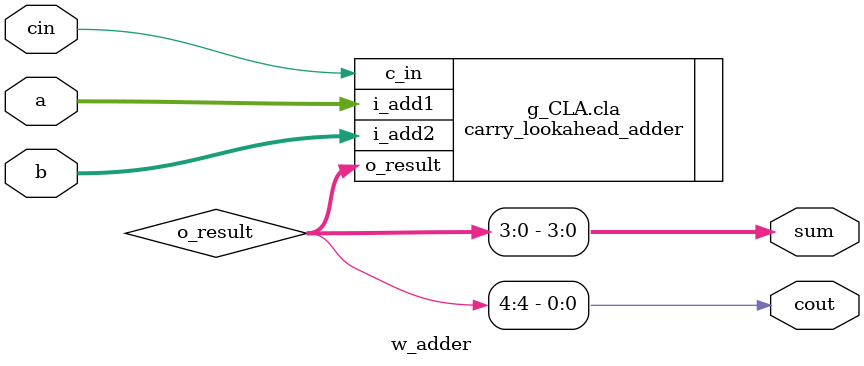
<source format=v>
module wallace_gen #(
    parameter N      =  10, // 1 N 4 input A data width N>= W
    parameter W      =   4  // 1 2 4 input B data width
)

(a, b, prod);
input  [  N-1 :0] a; 
input  [  W-1 :0] b;
output [N+W-2 :0] prod;

  generate
    //if (N == 4) begin : gen_N_4
    //   carry_save_4inputs #(W)   cs_4in (.a(a), .sum(sum), .cout(cout)  ); end
    //else
     if     ((N == 4) &  (W == 4) ) begin : gen_W
       wallace4x4      wall_m_4x4 (.a(a), .b(b), .prod(prod)  ); end
    else if ((W == 5)             ) begin : gen_W
       wallaceNx5 #(N) wall_m_Nx5 (.a(a), .b(b), .prod(prod)  ); end
    else if ((W == 4)             ) begin : gen_W
       wallaceNx4 #(N) wall_m_Nx4 (.a(a), .b(b), .prod(prod)  ); end
    else if ((W == 3)             ) begin : gen_W
       wallaceNx3 #(N) wall_m_Nx3 (.a(a), .b(b), .prod(prod)  ); end
    else if ((W == 2)             ) begin : gen_W
       wallaceNx2 #(N) wall_m_Nx2 (.a(a), .b(b), .prod(prod)  ); end
    else if (W == 1) begin : gen_N_1
       assign prod[N-1 :0] = a      &  {(N){b}};
       //assign prod[N]      = a[N-1] &       b  ;
     end

//          carry_lookahead_adder #(W+E) CLA ( .i_add1(cs_sum), .i_add2(cs_c), .o_result(cla_sum) );
//          assign sum   = cla_sum[W+E-1 :0];
//          assign cout  = cla_sum[W+E];

  endgenerate

endmodule


//////////////////////////////////////////////////////////////////////////////////
///////////////////////////////////    5    //////////////////////////////////////
//////////////////////////////////////////////////////////////////////////////////
module wallaceNx5 #(
    parameter N = 4  //    input data width
    )
    (a,b,prod);
  
    //inputs and outputs
    input [N-1:0] a;
    input [5-1:0] b;
    output[N+3  :0] prod;
    //internal variables.
    wire [N+1 :0] cla_sum;
    wire [N-1 :0] p0 , p1 , p2 , p3 , p4; // partial products
    wire [N+2 :0] pe0, pe1, pe2, pe3, pe4; // partial products with extention

    wire [N+4 :0] cs_sum, cs_cout ; 

    wire [N+4 : 0] adder_sum;


    wire [N+4  :0] test_cs_in,  test_cs_out, test_adder_out ;

//initialize the p's.
    assign  p0 = a & {N{b[0]}};
    assign  p1 = a & {N{b[1]}};
    assign  p2 = a & {N{b[2]}};
    assign  p3 = a & {N{b[3]}};
    assign  p4 = a & {N{b[4]}}; // BW

    assign  pe0 = {  {4{p0[N-1]}}, p0[N-1:1]           };
    assign  pe1 = {  {3{p1[N-1]}}, p1[N-1:0]           };
    assign  pe2 = {  {2{p2[N-1]}}, p2[N-1:0], {1'b0}   };
    assign  pe3 = {  {  p2[N-1]} , p3[N-1:0], {2'b00}  };
    assign  pe4 = {             { ~p4 }     , {3'b000} };

  assign test_cs_in[N+4 :1] = {{2{pe0[N]}},pe0} + {{2{pe1[N]}},pe1} + {{2{pe2[N]}},pe2} + {{2{pe3[N]}},pe3} + {{2{pe4[N]}},pe4} + {4'b1000};
  assign test_cs_in[0]      = p0[0];

carry_save_6inputs #(
    .W(N+3)
    ) csa (
    .a   ({{(N){1'b0}},4'b1000,pe4,pe3,pe2,pe1,pe0}),
    .sum (cs_sum ),
    .cout(cs_cout)
    );

  assign test_cs_out[N+3 :1] = cs_sum + cs_cout;
  assign test_cs_out[0]      = p0[0];

w_adder #(
    .useCLA(1'b1),
    .W     (N+5)
    ) adder (
    .a   (cs_sum [N+4 :0]  ), // MSB of  cs_sum is not in use
    .b   (cs_cout[N+4 :0]  ), // MSB of  cs_cout is not in use
    .cin ({1'b0}           ), 
    .sum (adder_sum[N+3:0] ), 
    .cout(adder_sum[N+4  ] ) ); // always 0

    assign prod[0]   = p0[0];
    assign prod[N+3:1] = adder_sum[N+3:0];


endmodule

//////////////////////////////////////////////////////////////////////////////////
///////////////////////////////////    4    //////////////////////////////////////
//////////////////////////////////////////////////////////////////////////////////
module wallaceNx4 #(
    parameter N = 4  //    input data width
    )
    (a,b,prod);
localparam BW  = 4; // width of B input   
localparam CSE = 2; // carry save bit extention
    //inputs and outputs
    input [N-1:0] a;
    input [BW-1:0] b;
    output[N+2  :0] prod;
    //internal variables.
    wire [N+1 :0] cla_sum;
    wire [N-1       :0] p0 , p1 , p2 , p3 ; // partial products
    wire [N+(BW-1)-1:0] pe0, pe1, pe2, pe3; // partial products with extention

    wire [N+4 :0] cs_sum, cs_cout ; 

    wire [N+4 : 0] adder_sum;


    wire [N+2  :0] test_cs_in,  test_cs_out, test_adder_out ;

//initialize the p's.
    assign  p0 = a & {N{b[0]}};
    assign  p1 = a & {N{b[1]}};
    assign  p2 = a & {N{b[2]}};
    assign  p3 = a & {N{b[3]}}; // BW

    assign  pe0 = {  {3{p0[N-1]}}, p0[N-1:1]          };
    assign  pe1 = {  {2{p1[N-1]}}, p1[N-1:0]          };
    assign  pe2 = {  {  p2[N-1]} , p2[N-1:0], {1'b0}  };
    assign  pe3 = {             { ~p3 }     , {2'b00} };

  assign test_cs_in[N+2 :1] = {{2{pe0[N]}},pe0} + {{2{pe1[N]}},pe1} + {{2{pe2[N]}},pe2} + {{2{pe3[N]}},pe3} + {3'b100};
  assign test_cs_in[0]      = p0[0];

carry_save_5inputs #(
    .W(N+(BW-1))
    ) csa (
    .a   ({{(N){1'b0}},3'b100,pe3,pe2,pe1,pe0}),
    .sum (cs_sum ),
    .cout(cs_cout)
    );

  assign test_cs_out[N+2 :1] = cs_sum + cs_cout;
  assign test_cs_out[0]      = p0[0];

w_adder #(
    .useCLA(1'b1),
    .W     (N+4)
    ) adder (
    .a   (cs_sum [N+3 :0]  ), // MSB of  cs_sum is not in use
    .b   (cs_cout[N+3 :0]  ), // MSB of  cs_cout is not in use
    .cin ({1'b0}           ), 
    .sum (adder_sum[N+3:0] ), 
    .cout(adder_sum[N+4  ] ) ); // always 0

    assign prod[0]   = p0[0];
    assign prod[N+2:1] = adder_sum[N+2:0];


endmodule

//////////////////////////////////////////////////////////////////////////////////
///////////////////////////////////    3    //////////////////////////////////////
//////////////////////////////////////////////////////////////////////////////////
module wallaceNx3 #(
    parameter N = 4  //    input data width
    )
    (a,b,prod);
    
    //inputs and outputs
    input [N-1:0] a;
    input [  2:0] b;
    output[N+1  :0] prod;
    //internal variables.
    wire [N+1 :0] cla_sum;
    wire [N-1:0]    p0,p1,p2;   // partial products
    wire [N  :0] pe0,pe1,pe2; // partial products with extention

    wire [N +2 :0] cs_sum, cs_cout ; 

    wire [N +2 + 1: 0] adder_sum;


    wire [N+2  :0] test_cs_in,  test_cs_out, test_adder_out ;

//initialize the p's.
    assign  p0 = a & {N{b[0]}};
    assign  p1 = a & {N{b[1]}};
    assign  p2 = a & {N{b[2]}};

    assign  pe0 = {  {2{p0[N-1]}}, p0[N-1:1]  };
    assign  pe1 = {  {p1[N-1]},    p1[N-1:0]  };
    assign  pe2 = {  {~p2},           {1'b0}  };
  assign test_cs_in[N+2 :1] = {pe0[N],pe0} + {pe1[N],pe1} + {pe2[N],pe2} +  {2'b10};
  assign test_cs_in[0]      = p0[0];

carry_save_4inputs #(
    .W(N+1)
    ) csa (
    .a   ({{(N-1){1'b0}},2'b10,pe2,pe1,pe0}),
    .sum (cs_sum ),
    .cout(cs_cout)
    );

  assign test_cs_out[N+2 :1] = cs_sum + cs_cout;
  assign test_cs_out[0]      = p0[0];

//    assign  pe0 = {  2'b01, p0[N-1] , p0[N-2:1]  };
//    assign  pe1 = {  {~p1[N-1]},    p1[N-1:0]  };
//    assign  pe2 = {  p2[N-1], {~p2[N-2:0]},     {1'b0}  };  // 
//    assign prod[N+1:1] = pe0 + pe1 + pe2 ;

/// //final product assignments    


w_adder #(
    .useCLA(1'b1),
    .W     (N+1 +2)
    ) adder (
    .a   (cs_sum     ), 
    .b   (cs_cout    ), 
    .cin ({1'b0}     ), 
    .sum (adder_sum[N +2:0] ), 
    .cout(adder_sum[N +2+1]     ) );

    assign prod[0]   = p0[0];
    assign prod[N+1:1] = adder_sum[N:0];

endmodule

//////////////////////////////////////////////////////////////////////////////////
///////////////////////////////////    2    //////////////////////////////////////
//////////////////////////////////////////////////////////////////////////////////
module wallaceNx2 #(
    parameter N = 4  //    input data width
    )
    (a,b,prod);
    
    //inputs and outputs
    input [N-1:0] a;
    input [  1:0] b;
    output[N  :0] prod;
    //internal variables.
    wire [N  :0] cla_sum;
    wire [N-1:0] p0,p1; 

//initialize the p's.
    assign  p0 = a & {N{b[0]}};
    assign  p1 = a & {N{b[1]}};

//final product assignments    
    assign prod[0]     = p0[0];
    assign prod[N:1] = cla_sum[N-1:0];

//assign cla_sum =  {p0[N-1],p0[N-1:1]} - p1;

w_adder #(
    .useCLA(1'b1),
    .W     (N)
    ) adder (
    .a   ({p0[N-1],p0[N-1:1]}), 
    .b   (~p1                ), 
    .cin ({1'b1}             ), 
    .sum (cla_sum[N-1:0]     ), 
    .cout(cla_sum[N]         ) );

//ripple_carry #(
//    .W (N)
//  ) RCA (
//    .a   ({p0[N-1],p0[N-1:1]}) , 
//    .b   (~p1                ) , 
//    .cin (             {1'b1}) , 
//    .sum (cla_sum[N-1:0]     ) , 
//    .cout(cla_sum[N]         )  );

// carry_lookahead_adder #(
//             .W (N)      
//              )   cla (
//             .i_add1  ({p0[N-1],p0[N-1:1]}) , 
//             .i_add2  (~p1                ) , 
//             .c_in    ({1'b1}             ) ,
//             .o_result(cla_sum            ) );

endmodule

module wallace4x4(a,b,prod);
    
    //inputs and outputs
    input [3:0] a,b;
    output [7:0] prod;
    //internal variables.
    wire s11,s12,s13,s14,s15,s22,s23,s24,s25,s26,s32,s33,s34,s35,s36,s37;
    wire c11,c12,c13,c14,c15,c22,c23,c24,c25,c26,c32,c33,c34,c35,c36,c37;
    wire [6:0] p0,p1,p2,p3;

//initialize the p's.
    assign  p0 = a & {4{b[0]}};
    assign  p1 = a & {4{b[1]}};
    assign  p2 = a & {4{b[2]}};
    assign  p3 = a & {4{b[3]}};

//final product assignments    
    assign prod[0] = p0[0];
    assign prod[1] = s11;
    assign prod[2] = s22;
    assign prod[3] = s32;
    assign prod[4] = s34;
    assign prod[5] = s35;
    assign prod[6] = s36;
    assign prod[7] = s37;

//first stage
    half_adder ha11 (p0[1],p1[0],s11,c11);
    full_adder fa12(p0[2],p1[1],p2[0],s12,c12);
    full_adder fa13(p0[3],p1[2],p2[1],s13,c13);
    full_adder fa14(p1[3],p2[2],p3[1],s14,c14);
    half_adder ha15(p2[3],p3[2],s15,c15);

//second stage
    half_adder ha22 (c11,s12,s22,c22);
    full_adder fa23 (p3[0],c12,s13,s23,c23);
    full_adder fa24 (c13,c32,s14,s24,c24);
    full_adder fa25 (c14,c24,s15,s25,c25);
    full_adder fa26 (c15,c25,p3[3],s26,c26);

//third stage
    half_adder ha32(c22,s23,s32,c32);
    half_adder ha34(c23,s24,s34,c34);
    half_adder ha35(c34,s25,s35,c35);
    half_adder ha36(c35,s26,s36,c36);
    half_adder ha37(c36,c26,s37,c37);

endmodule

module w_adder #(
    parameter useCLA = 1,
    parameter W      = 4  //    input data width
)
(a, b, cin, sum, cout);
input  [W-1:0] a,b;
input          cin;
wire   [W  :0] c1;
output [W-1:0] sum;
output         cout;

wire   [W  :0] o_result;

generate
  if   (useCLA ==1 )  begin : g_CLA
    carry_lookahead_adder #(
             .W (W)      
              )   cla (
             .i_add1  (a       ) , 
             .i_add2  (b       ) , 
             .c_in    (cin     ) ,
             .o_result(o_result) );

    assign sum  = o_result[W-1:0];
    assign cout = o_result[W]    ;
    end
  else begin : g_RCA
    ripple_carry #(
    .W (W)
   ) RCA (
    .a   (a   ) , 
    .b   (b   ) , 
    .cin (cin ) , 
    .sum (sum ) , 
    .cout(cout)  );
   
   end
endgenerate

endmodule
</source>
